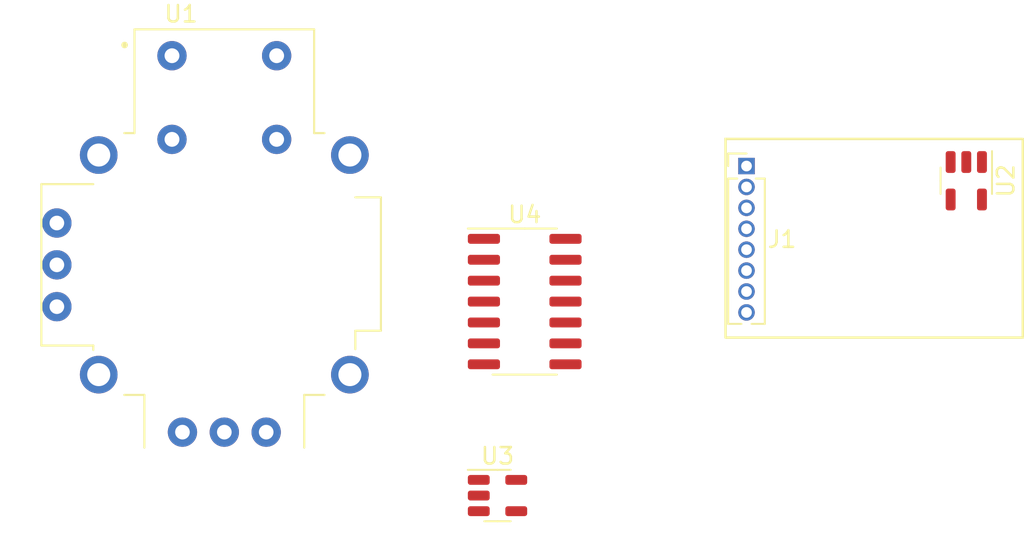
<source format=kicad_pcb>
(kicad_pcb (version 20221018) (generator pcbnew)
  (layers (0 "F.Cu" signal) (31 "B.Cu" signal) (34 "B.Paste" user) (35 "F.Paste" user) (36 "B.SilkS" user "B.Silkscreen") (37 "F.SilkS" user "F.Silkscreen") (38 "B.Mask" user) (39 "F.Mask" user) (44 "Edge.Cuts" user))
  (net 0 "")
  (net 1 "+3.3V")
  (net 2 "GND")
  (net 3 "CE")
  (net 4 "CSN")
  (net 5 "SCK")
  (net 6 "MOSI")
  (net 7 "MISO")
  (net 8 "IRQ")
  (net 14 "Net-(U1-SHIELD-PadS1)")
  (net 18 "+9V")
  (net 20 "+3V3")
  (footprint "MyLibrary:XDCR_COM-09032" (layer "F.Cu") (at 181.042277 86.64)
    (fp_text reference "U1" (at -2.625 -15.235) (layer "F.SilkS"))
    (fp_text value "COM-09032")
    (fp_line (start -11.1 -4.9) (end -7.95 -4.9) (stroke (width 0.127)) (layer "F.SilkS"))
    (fp_line (start -11.1 4.9) (end -11.1 -4.9) (stroke (width 0.127)) (layer "F.SilkS"))
    (fp_line (start -7.95 4.9) (end -11.1 4.9) (stroke (width 0.127)) (layer "F.SilkS"))
    (fp_line (start -7.95 5.17) (end -7.95 4.9) (stroke (width 0.127)) (layer "F.SilkS"))
    (fp_line (start -6.07 -8) (end -5.45 -8) (stroke (width 0.127)) (layer "F.SilkS"))
    (fp_line (start -5.45 -14.3) (end 5.45 -14.3) (stroke (width 0.127)) (layer "F.SilkS"))
    (fp_line (start -5.45 -8) (end -5.45 -14.3) (stroke (width 0.127)) (layer "F.SilkS"))
    (fp_line (start -4.85 7.9) (end -6.07 7.9) (stroke (width 0.127)) (layer "F.SilkS"))
    (fp_line (start -4.85 11.1) (end -4.85 7.9) (stroke (width 0.127)) (layer "F.SilkS"))
    (fp_line (start 4.85 7.9) (end 4.85 11.1) (stroke (width 0.127)) (layer "F.SilkS"))
    (fp_line (start 5.45 -14.3) (end 5.45 -8) (stroke (width 0.127)) (layer "F.SilkS"))
    (fp_line (start 5.45 -8) (end 6.08 -8) (stroke (width 0.127)) (layer "F.SilkS"))
    (fp_line (start 6.08 7.9) (end 4.85 7.9) (stroke (width 0.127)) (layer "F.SilkS"))
    (fp_line (start 7.95 -4.1) (end 9.5 -4.1) (stroke (width 0.127)) (layer "F.SilkS"))
    (fp_line (start 7.95 4) (end 7.95 5.12) (stroke (width 0.127)) (layer "F.SilkS"))
    (fp_line (start 9.5 -4.1) (end 9.5 4) (stroke (width 0.127)) (layer "F.SilkS"))
    (fp_line (start 9.5 4) (end 7.95 4) (stroke (width 0.127)) (layer "F.SilkS"))
    (fp_circle (center -6.05 -13.35) (end -5.95 -13.35) (stroke (width 0.2)) (fill none) (layer "F.SilkS"))
    (pad "B1A" thru_hole circle (at -3.175 -12.7) (size 1.778 1.778) (drill 0.9) (layers "*.Cu" "*.Mask"))
    (pad "B1B" thru_hole circle (at 3.175 -12.7) (size 1.778 1.778) (drill 0.9) (layers "*.Cu" "*.Mask"))
    (pad "B2A" thru_hole circle (at -3.175 -7.62) (size 1.778 1.778) (drill 0.9) (layers "*.Cu" "*.Mask"))
    (pad "B2B" thru_hole circle (at 3.175 -7.62) (size 1.778 1.778) (drill 0.9) (layers "*.Cu" "*.Mask"))
    (pad "H1" thru_hole circle (at -2.54 10.16) (size 1.778 1.778) (drill 0.889) (layers "*.Cu" "*.Mask"))
    (pad "H2" thru_hole circle (at 0 10.16) (size 1.778 1.778) (drill 0.889) (layers "*.Cu" "*.Mask"))
    (pad "H3" thru_hole circle (at 2.54 10.16) (size 1.778 1.778) (drill 0.889) (layers "*.Cu" "*.Mask"))
    (pad "S1" thru_hole circle (at -7.62 -6.6675) (size 2.286 2.286) (drill 1.397) (layers "*.Cu" "*.Mask") (net 14 "Net-(U1-SHIELD-PadS1)"))
    (pad "S2" thru_hole circle (at -7.62 6.6675) (size 2.286 2.286) (drill 1.397) (layers "*.Cu" "*.Mask") (net 14 "Net-(U1-SHIELD-PadS1)"))
    (pad "S3" thru_hole circle (at 7.62 6.6675) (size 2.286 2.286) (drill 1.397) (layers "*.Cu" "*.Mask") (net 14 "Net-(U1-SHIELD-PadS1)"))
    (pad "S4" thru_hole circle (at 7.62 -6.6675) (size 2.286 2.286) (drill 1.397) (layers "*.Cu" "*.Mask") (net 14 "Net-(U1-SHIELD-PadS1)"))
    (pad "V1" thru_hole circle (at -10.16 -2.54) (size 1.778 1.778) (drill 0.889) (layers "*.Cu" "*.Mask"))
    (pad "V2" thru_hole circle (at -10.16 0) (size 1.778 1.778) (drill 0.889) (layers "*.Cu" "*.Mask"))
    (pad "V3" thru_hole circle (at -10.16 2.54) (size 1.778 1.778) (drill 0.889) (layers "*.Cu" "*.Mask"))
  )
  (footprint "Package_TO_SOT_SMD:SOT-23-5" (layer "F.Cu") (at 226.06 81.534 -90)
    (fp_text reference "U2" (at 0 -2.4 90) (layer "F.SilkS"))
    (fp_text value "NJU7241")
    (fp_line (start 0 -1.56) (end -1.8 -1.56) (stroke (width 0.12)) (layer "F.SilkS"))
    (fp_line (start 0 -1.56) (end 0.8 -1.56) (stroke (width 0.12)) (layer "F.SilkS"))
    (fp_line (start 0 1.56) (end -0.8 1.56) (stroke (width 0.12)) (layer "F.SilkS"))
    (fp_line (start 0 1.56) (end 0.8 1.56) (stroke (width 0.12)) (layer "F.SilkS"))
    (pad "1" smd roundrect (at -1.1375 -0.95 270) (size 1.325 0.6) (layers "F.Cu" "F.Paste" "F.Mask") (net 2 "GND"))
    (pad "2" smd roundrect (at -1.1375 0 270) (size 1.325 0.6) (layers "F.Cu" "F.Paste" "F.Mask") (net 18 "+9V"))
    (pad "3" smd roundrect (at -1.1375 0.95 270) (size 1.325 0.6) (layers "F.Cu" "F.Paste" "F.Mask") (net 1 "+3.3V"))
    (pad "4" smd roundrect (at 1.1375 0.95 270) (size 1.325 0.6) (layers "F.Cu" "F.Paste" "F.Mask"))
    (pad "5" smd roundrect (at 1.1375 -0.95 270) (size 1.325 0.6) (layers "F.Cu" "F.Paste" "F.Mask") (net 18 "+9V"))
  )
  (footprint "Package_SO:SOIC-14_3.9x8.7mm_P1.27mm" (layer "F.Cu") (at 199.2675 88.87)
    (fp_text reference "U4" (at 0 -5.28) (layer "F.SilkS"))
    (fp_text value "ATtiny1614-SS")
    (fp_line (start 0 -4.435) (end -3.45 -4.435) (stroke (width 0.12)) (layer "F.SilkS"))
    (fp_line (start 0 -4.435) (end 1.95 -4.435) (stroke (width 0.12)) (layer "F.SilkS"))
    (fp_line (start 0 4.435) (end -1.95 4.435) (stroke (width 0.12)) (layer "F.SilkS"))
    (fp_line (start 0 4.435) (end 1.95 4.435) (stroke (width 0.12)) (layer "F.SilkS"))
    (pad "1" smd roundrect (at -2.475 -3.81) (size 1.95 0.6) (layers "F.Cu" "F.Paste" "F.Mask") (net 20 "+3V3"))
    (pad "2" smd roundrect (at -2.475 -2.54) (size 1.95 0.6) (layers "F.Cu" "F.Paste" "F.Mask"))
    (pad "3" smd roundrect (at -2.475 -1.27) (size 1.95 0.6) (layers "F.Cu" "F.Paste" "F.Mask"))
    (pad "4" smd roundrect (at -2.475 0) (size 1.95 0.6) (layers "F.Cu" "F.Paste" "F.Mask"))
    (pad "5" smd roundrect (at -2.475 1.27) (size 1.95 0.6) (layers "F.Cu" "F.Paste" "F.Mask"))
    (pad "6" smd roundrect (at -2.475 2.54) (size 1.95 0.6) (layers "F.Cu" "F.Paste" "F.Mask"))
    (pad "7" smd roundrect (at -2.475 3.81) (size 1.95 0.6) (layers "F.Cu" "F.Paste" "F.Mask"))
    (pad "8" smd roundrect (at 2.475 3.81) (size 1.95 0.6) (layers "F.Cu" "F.Paste" "F.Mask"))
    (pad "9" smd roundrect (at 2.475 2.54) (size 1.95 0.6) (layers "F.Cu" "F.Paste" "F.Mask"))
    (pad "10" smd roundrect (at 2.475 1.27) (size 1.95 0.6) (layers "F.Cu" "F.Paste" "F.Mask"))
    (pad "11" smd roundrect (at 2.475 0) (size 1.95 0.6) (layers "F.Cu" "F.Paste" "F.Mask"))
    (pad "12" smd roundrect (at 2.475 -1.27) (size 1.95 0.6) (layers "F.Cu" "F.Paste" "F.Mask"))
    (pad "13" smd roundrect (at 2.475 -2.54) (size 1.95 0.6) (layers "F.Cu" "F.Paste" "F.Mask"))
    (pad "14" smd roundrect (at 2.475 -3.81) (size 1.95 0.6) (layers "F.Cu" "F.Paste" "F.Mask") (net 2 "GND"))
  )
  (footprint "Package_TO_SOT_SMD:SOT-23-5" (layer "F.Cu") (at 197.6175 100.65)
    (fp_text reference "U3" (at 0 -2.4) (layer "F.SilkS"))
    (fp_text value "NJU7241")
    (fp_line (start 0 -1.56) (end -1.8 -1.56) (stroke (width 0.12)) (layer "F.SilkS"))
    (fp_line (start 0 -1.56) (end 0.8 -1.56) (stroke (width 0.12)) (layer "F.SilkS"))
    (fp_line (start 0 1.56) (end -0.8 1.56) (stroke (width 0.12)) (layer "F.SilkS"))
    (fp_line (start 0 1.56) (end 0.8 1.56) (stroke (width 0.12)) (layer "F.SilkS"))
    (pad "1" smd roundrect (at -1.1375 -0.95) (size 1.325 0.6) (layers "F.Cu" "F.Paste" "F.Mask") (net 2 "GND"))
    (pad "2" smd roundrect (at -1.1375 0) (size 1.325 0.6) (layers "F.Cu" "F.Paste" "F.Mask") (net 18 "+9V"))
    (pad "3" smd roundrect (at -1.1375 0.95) (size 1.325 0.6) (layers "F.Cu" "F.Paste" "F.Mask") (net 20 "+3V3"))
    (pad "4" smd roundrect (at 1.1375 0.95) (size 1.325 0.6) (layers "F.Cu" "F.Paste" "F.Mask"))
    (pad "5" smd roundrect (at 1.1375 -0.95) (size 1.325 0.6) (layers "F.Cu" "F.Paste" "F.Mask") (net 18 "+9V"))
  )
  (footprint "Connector_PinHeader_1.27mm:PinHeader_1x08_P1.27mm_Vertical" (layer "F.Cu") (at 212.725 80.64)
    (fp_text reference "J1" (at 2.159 4.45) (layer "F.SilkS"))
    (fp_text value "Conn_01x08")
    (fp_line (start -1.11 -0.76) (end 0 -0.76) (stroke (width 0.12)) (layer "F.SilkS"))
    (fp_line (start -1.11 0) (end -1.11 -0.76) (stroke (width 0.12)) (layer "F.SilkS"))
    (fp_line (start -1.11 0.76) (end -1.11 9.585) (stroke (width 0.12)) (layer "F.SilkS"))
    (fp_line (start -1.11 0.76) (end -0.563471 0.76) (stroke (width 0.12)) (layer "F.SilkS"))
    (fp_line (start -1.11 9.585) (end -0.30753 9.585) (stroke (width 0.12)) (layer "F.SilkS"))
    (fp_line (start 0.30753 9.585) (end 1.11 9.585) (stroke (width 0.12)) (layer "F.SilkS"))
    (fp_line (start 0.563471 0.76) (end 1.11 0.76) (stroke (width 0.12)) (layer "F.SilkS"))
    (fp_line (start 1.11 0.76) (end 1.11 9.585) (stroke (width 0.12)) (layer "F.SilkS"))
    (pad "1" thru_hole rect (at 0 0) (size 1 1) (drill 0.65) (layers "*.Cu" "*.Mask") (net 1 "+3.3V"))
    (pad "2" thru_hole oval (at 0 1.27) (size 1 1) (drill 0.65) (layers "*.Cu" "*.Mask") (net 2 "GND"))
    (pad "3" thru_hole oval (at 0 2.54) (size 1 1) (drill 0.65) (layers "*.Cu" "*.Mask") (net 3 "CE"))
    (pad "4" thru_hole oval (at 0 3.81) (size 1 1) (drill 0.65) (layers "*.Cu" "*.Mask") (net 4 "CSN"))
    (pad "5" thru_hole oval (at 0 5.08) (size 1 1) (drill 0.65) (layers "*.Cu" "*.Mask") (net 5 "SCK"))
    (pad "6" thru_hole oval (at 0 6.35) (size 1 1) (drill 0.65) (layers "*.Cu" "*.Mask") (net 6 "MOSI"))
    (pad "7" thru_hole oval (at 0 7.62) (size 1 1) (drill 0.65) (layers "*.Cu" "*.Mask") (net 7 "MISO"))
    (pad "8" thru_hole oval (at 0 8.89) (size 1 1) (drill 0.65) (layers "*.Cu" "*.Mask") (net 8 "IRQ"))
  )
  (gr_rect (start 211.455 78.994) (end 229.489 91.059) (stroke (width 0.15)) (fill none) (layer "F.SilkS"))
)
</source>
